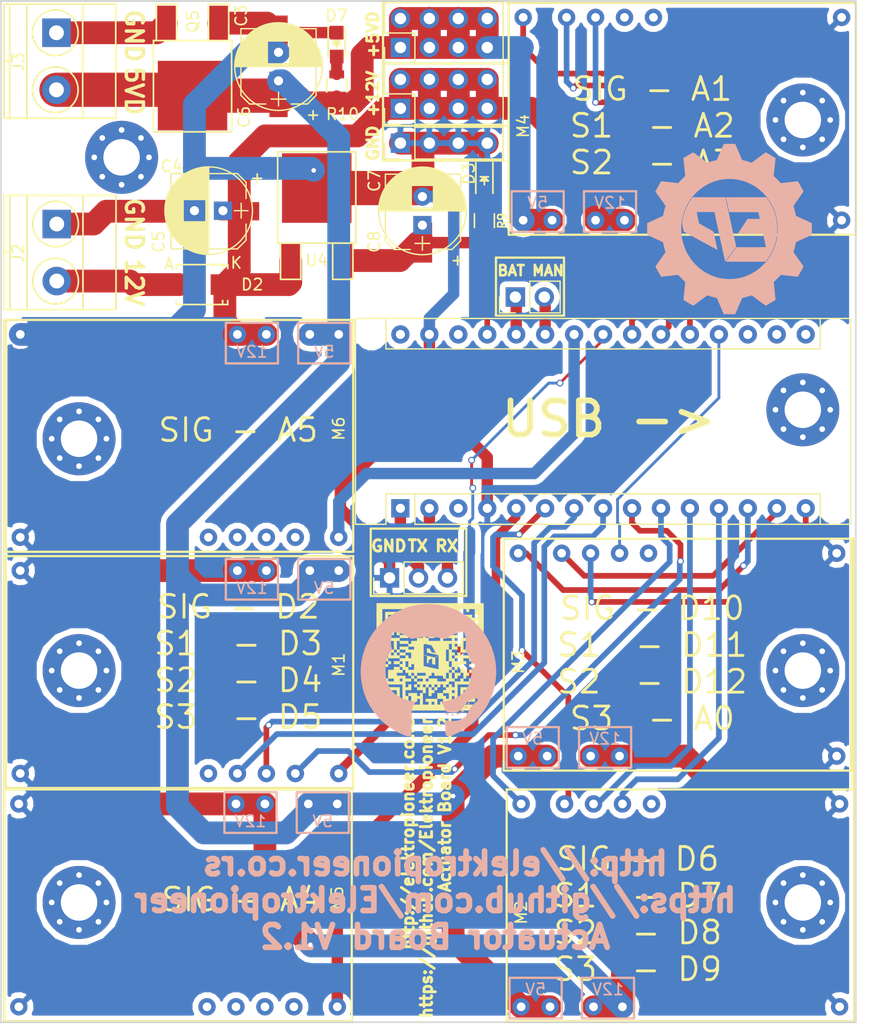
<source format=kicad_pcb>
(kicad_pcb (version 4) (host pcbnew 4.0.6+dfsg1-1)
  (layers (0 F.Cu signal) (31 B.Cu signal) (34 B.Paste user) (35 F.Paste user) (36 B.SilkS user) (37 F.SilkS user) (38 B.Mask user) (39 F.Mask user) (44 Edge.Cuts user))
  (net 0 "")
  (net 1 GND)
  (net 2 +12V)
  (net 3 "Net-(D2-Pad2)")
  (net 4 "Net-(D3-Pad2)")
  (net 5 +5V)
  (net 6 "Net-(D7-Pad2)")
  (net 7 "Net-(J3-Pad1)")
  (net 8 M_ADC_1)
  (net 9 M_ADC_2)
  (net 10 SIG1)
  (net 11 M_ADC_3)
  (net 12 M_ADC_4)
  (net 13 SIG3)
  (net 14 BAT_MAIN_ADC)
  (net 15 BAT_ODO_ADC)
  (net 16 SIG4)
  (net 17 SIG5)
  (net 18 SIG2)
  (net 19 +5VD)
  (net 20 TX)
  (net 21 RX)
  (net 22 SIG6)
  (net 23 M_ADC_5)
  (net 24 M_ADC_6)
  (net 25 SIG7)
  (net 26 SIG8)
  (net 27 SIG9)
  (net 28 SIG10)
  (net 29 SIG11)
  (module Aktuator_Module:Aktuator_Module (layer F.Cu) (at 192.4138 72.766 90)
    (fp_text reference M6 (at 10.795 -1.27 90) (layer F.SilkS))
    (fp_text value Aktuator_Module hide)
    (fp_text user 5V (at 17.526 -2.54 180) (layer B.SilkS) (effects (justify mirror)))
    (fp_text user 12V (at 17.526 -8.89 180) (layer B.SilkS) (effects (justify mirror)))
    (pad 1 thru_hole circle (at 19.05 -1.27 90) (size 1.524 1.524) (drill 0.762) (layers *.Cu *.Mask) (net 19 +5VD))
    (pad 1 thru_hole circle (at 19.05 -3.81 90) (size 1.524 1.524) (drill 0.762) (layers *.Cu *.Mask) (net 19 +5VD))
    (pad 2 thru_hole circle (at 19.05 -7.62 90) (size 1.524 1.524) (drill 0.762) (layers *.Cu *.Mask) (net 2 +12V))
    (pad 2 thru_hole circle (at 19.05 -10.16 90) (size 1.524 1.524) (drill 0.762) (layers *.Cu *.Mask) (net 2 +12V))
    (pad 3 thru_hole circle (at 1.27 -1.27 90) (size 1.524 1.524) (drill 0.762) (layers *.Cu *.Mask) (net 24 M_ADC_6))
    (pad 4 thru_hole circle (at 1.27 -29.21 90) (size 1.524 1.524) (drill 0.762) (layers *.Cu *.Mask) (net 1 GND))
    (pad 4 thru_hole circle (at 19.05 -29.21 90) (size 1.524 1.524) (drill 0.762) (layers *.Cu *.Mask) (net 1 GND))
    (pad 6 thru_hole circle (at 1.27 -5.08 90) (size 1.524 1.524) (drill 0.762) (layers *.Cu *.Mask))
    (pad 7 thru_hole circle (at 1.27 -7.62 90) (size 1.524 1.524) (drill 0.762) (layers *.Cu *.Mask))
    (pad 8 thru_hole circle (at 1.27 -10.16 90) (size 1.524 1.524) (drill 0.762) (layers *.Cu *.Mask))
    (pad 9 thru_hole circle (at 1.27 -12.7 90) (size 1.524 1.524) (drill 0.762) (layers *.Cu *.Mask))
  )
  (module Aktuator_Module:Aktuator_Module (layer F.Cu) (at 192.4138 93.467 90)
    (fp_text reference M1 (at 10.795 -1.27 90) (layer F.SilkS))
    (fp_text value Aktuator_Module hide)
    (fp_text user 5V (at 17.526 -2.54 180) (layer B.SilkS) (effects (justify mirror)))
    (fp_text user 12V (at 17.526 -8.89 180) (layer B.SilkS) (effects (justify mirror)))
    (pad 1 thru_hole circle (at 19.05 -1.27 90) (size 1.524 1.524) (drill 0.762) (layers *.Cu *.Mask) (net 19 +5VD))
    (pad 1 thru_hole circle (at 19.05 -3.81 90) (size 1.524 1.524) (drill 0.762) (layers *.Cu *.Mask) (net 19 +5VD))
    (pad 2 thru_hole circle (at 19.05 -7.62 90) (size 1.524 1.524) (drill 0.762) (layers *.Cu *.Mask) (net 2 +12V))
    (pad 2 thru_hole circle (at 19.05 -10.16 90) (size 1.524 1.524) (drill 0.762) (layers *.Cu *.Mask) (net 2 +12V))
    (pad 3 thru_hole circle (at 1.27 -1.27 90) (size 1.524 1.524) (drill 0.762) (layers *.Cu *.Mask) (net 10 SIG1))
    (pad 4 thru_hole circle (at 1.27 -29.21 90) (size 1.524 1.524) (drill 0.762) (layers *.Cu *.Mask) (net 1 GND))
    (pad 4 thru_hole circle (at 19.05 -29.21 90) (size 1.524 1.524) (drill 0.762) (layers *.Cu *.Mask) (net 1 GND))
    (pad 6 thru_hole circle (at 1.27 -5.08 90) (size 1.524 1.524) (drill 0.762) (layers *.Cu *.Mask) (net 17 SIG5))
    (pad 7 thru_hole circle (at 1.27 -7.62 90) (size 1.524 1.524) (drill 0.762) (layers *.Cu *.Mask) (net 13 SIG3))
    (pad 8 thru_hole circle (at 1.27 -10.16 90) (size 1.524 1.524) (drill 0.762) (layers *.Cu *.Mask) (net 16 SIG4))
    (pad 9 thru_hole circle (at 1.27 -12.7 90) (size 1.524 1.524) (drill 0.762) (layers *.Cu *.Mask))
  )
  (module Resistors_SMD:R_0805 (layer F.Cu) (at 203.92 43.7465 90)
    (fp_text reference R9 (at -0.0127 1.5494 90) (layer F.SilkS) (effects (font (size 0.7 0.7))))
    (fp_text value 330 hide)
    (pad 1 smd rect (at -0.95 0 90) (size 0.7 1.3) (layers F.Cu F.Paste F.Mask) (net 5 +5V))
    (pad 2 smd rect (at 0.95 0 90) (size 0.7 1.3) (layers F.Cu F.Paste F.Mask) (net 4 "Net-(D3-Pad2)"))
  )
  (module TO_SOT_Packages_SMD:TO-252-2Lead (layer F.Cu) (at 178.3168 26.4364 180)
    (fp_text reference Q5 (at -0.025 0.15 270) (layer F.SilkS))
    (fp_text value IRLR024 hide)
    (pad 1 smd rect (at -2.286 0 180) (size 1.651 3.048) (layers F.Cu F.Paste F.Mask) (net 1 GND))
    (pad 2 smd rect (at 0 -6.35 180) (size 6.096 6.096) (layers F.Cu F.Paste F.Mask) (net 19 +5VD))
    (pad 3 smd rect (at 2.286 0 180) (size 1.651 3.048) (layers F.Cu F.Paste F.Mask) (net 7 "Net-(J3-Pad1)"))
  )
  (module Diodes_SMD:SMA_Standard (layer F.Cu) (at 179.155 49.3472 180)
    (fp_text reference D2 (at -4.4 0 180) (layer F.SilkS))
    (fp_text value D hide)
    (fp_text user K (at -3 1.9 180) (layer F.SilkS))
    (fp_text user A (at 2.9 1.8 180) (layer F.SilkS))
    (pad 1 smd rect (at -1.99898 0 180) (size 2.49936 1.80086) (layers F.Cu F.Paste F.Mask) (net 2 +12V))
    (pad 2 smd rect (at 1.99898 0 180) (size 2.49936 1.80086) (layers F.Cu F.Paste F.Mask) (net 3 "Net-(D2-Pad2)"))
  )
  (module LEDs:LED_0805 (layer F.Cu) (at 203.92 40.254 270)
    (fp_text reference D3 (at -0.635 1.3716 270) (layer F.SilkS))
    (fp_text value LED hide)
    (pad 2 smd rect (at 1.04902 0 90) (size 1.19888 1.19888) (layers F.Cu F.Paste F.Mask) (net 4 "Net-(D3-Pad2)"))
    (pad 1 smd rect (at -1.04902 0 90) (size 1.19888 1.19888) (layers F.Cu F.Paste F.Mask) (net 1 GND))
  )
  (module LEDs:LED_0805 (layer F.Cu) (at 190.966 28.316 270)
    (fp_text reference D7 (at -2.54 0 360) (layer F.SilkS))
    (fp_text value LED hide)
    (pad 2 smd rect (at 1.04902 0 90) (size 1.19888 1.19888) (layers F.Cu F.Paste F.Mask) (net 6 "Net-(D7-Pad2)"))
    (pad 1 smd rect (at -1.04902 0 90) (size 1.19888 1.19888) (layers F.Cu F.Paste F.Mask) (net 1 GND))
  )
  (module Resistors_SMD:R_0805 (layer F.Cu) (at 190.966 31.872 90)
    (fp_text reference R10 (at -2.54 0.508 180) (layer F.SilkS))
    (fp_text value 330 hide)
    (pad 1 smd rect (at -0.95 0 90) (size 0.7 1.3) (layers F.Cu F.Paste F.Mask) (net 19 +5VD))
    (pad 2 smd rect (at 0.95 0 90) (size 0.7 1.3) (layers F.Cu F.Paste F.Mask) (net 6 "Net-(D7-Pad2)"))
  )
  (module TO_SOT_Packages_SMD:TO-252-2Lead (layer F.Cu) (at 189.2134 47.239)
    (fp_text reference U4 (at 0 0) (layer F.SilkS))
    (fp_text value L7805 hide)
    (pad 1 smd rect (at -2.286 0) (size 1.651 3.048) (layers F.Cu F.Paste F.Mask) (net 2 +12V))
    (pad 2 smd rect (at 0 -6.35) (size 6.096 6.096) (layers F.Cu F.Paste F.Mask) (net 1 GND))
    (pad 3 smd rect (at 2.286 0) (size 1.651 3.048) (layers F.Cu F.Paste F.Mask) (net 5 +5V))
  )
  (module Modules:Arduino_Nano_WithMountingHoles (layer F.Cu) (at 196.554 68.956 90)
    (fp_text reference A2 hide)
    (fp_text value Arduino_Nano_v3.x hide)
    (pad 1 thru_hole rect (at 0 0 90) (size 1.6 1.6) (drill 0.8) (layers *.Cu *.Mask) (net 20 TX))
    (pad 17 thru_hole oval (at 15.24 33.02 90) (size 1.6 1.6) (drill 0.8) (layers *.Cu *.Mask))
    (pad 2 thru_hole oval (at 0 2.54 90) (size 1.6 1.6) (drill 0.8) (layers *.Cu *.Mask) (net 21 RX))
    (pad 18 thru_hole oval (at 15.24 30.48 90) (size 1.6 1.6) (drill 0.8) (layers *.Cu *.Mask))
    (pad 3 thru_hole oval (at 0 5.08 90) (size 1.6 1.6) (drill 0.8) (layers *.Cu *.Mask))
    (pad 19 thru_hole oval (at 15.24 27.94 90) (size 1.6 1.6) (drill 0.8) (layers *.Cu *.Mask) (net 8 M_ADC_1))
    (pad 4 thru_hole oval (at 0 7.62 90) (size 1.6 1.6) (drill 0.8) (layers *.Cu *.Mask) (net 1 GND))
    (pad 20 thru_hole oval (at 15.24 25.4 90) (size 1.6 1.6) (drill 0.8) (layers *.Cu *.Mask) (net 9 M_ADC_2))
    (pad 5 thru_hole oval (at 0 10.16 90) (size 1.6 1.6) (drill 0.8) (layers *.Cu *.Mask) (net 10 SIG1))
    (pad 21 thru_hole oval (at 15.24 22.86 90) (size 1.6 1.6) (drill 0.8) (layers *.Cu *.Mask) (net 11 M_ADC_3))
    (pad 6 thru_hole oval (at 0 12.7 90) (size 1.6 1.6) (drill 0.8) (layers *.Cu *.Mask) (net 18 SIG2))
    (pad 22 thru_hole oval (at 15.24 20.32 90) (size 1.6 1.6) (drill 0.8) (layers *.Cu *.Mask) (net 12 M_ADC_4))
    (pad 7 thru_hole oval (at 0 15.24 90) (size 1.6 1.6) (drill 0.8) (layers *.Cu *.Mask) (net 13 SIG3))
    (pad 23 thru_hole oval (at 15.24 17.78 90) (size 1.6 1.6) (drill 0.8) (layers *.Cu *.Mask) (net 23 M_ADC_5))
    (pad 8 thru_hole oval (at 0 17.78 90) (size 1.6 1.6) (drill 0.8) (layers *.Cu *.Mask) (net 16 SIG4))
    (pad 24 thru_hole oval (at 15.24 15.24 90) (size 1.6 1.6) (drill 0.8) (layers *.Cu *.Mask) (net 24 M_ADC_6))
    (pad 9 thru_hole oval (at 0 20.32 90) (size 1.6 1.6) (drill 0.8) (layers *.Cu *.Mask) (net 17 SIG5))
    (pad 25 thru_hole oval (at 15.24 12.7 90) (size 1.6 1.6) (drill 0.8) (layers *.Cu *.Mask) (net 14 BAT_MAIN_ADC))
    (pad 10 thru_hole oval (at 0 22.86 90) (size 1.6 1.6) (drill 0.8) (layers *.Cu *.Mask) (net 22 SIG6))
    (pad 26 thru_hole oval (at 15.24 10.16 90) (size 1.6 1.6) (drill 0.8) (layers *.Cu *.Mask) (net 15 BAT_ODO_ADC))
    (pad 11 thru_hole oval (at 0 25.4 90) (size 1.6 1.6) (drill 0.8) (layers *.Cu *.Mask) (net 25 SIG7))
    (pad 27 thru_hole oval (at 15.24 7.62 90) (size 1.6 1.6) (drill 0.8) (layers *.Cu *.Mask) (net 5 +5V))
    (pad 12 thru_hole oval (at 0 27.94 90) (size 1.6 1.6) (drill 0.8) (layers *.Cu *.Mask) (net 26 SIG8))
    (pad 28 thru_hole oval (at 15.24 5.08 90) (size 1.6 1.6) (drill 0.8) (layers *.Cu *.Mask))
    (pad 13 thru_hole oval (at 0 30.48 90) (size 1.6 1.6) (drill 0.8) (layers *.Cu *.Mask) (net 27 SIG9))
    (pad 29 thru_hole oval (at 15.24 2.54 90) (size 1.6 1.6) (drill 0.8) (layers *.Cu *.Mask) (net 1 GND))
    (pad 14 thru_hole oval (at 0 33.02 90) (size 1.6 1.6) (drill 0.8) (layers *.Cu *.Mask) (net 28 SIG10))
    (pad 30 thru_hole oval (at 15.24 0 90) (size 1.6 1.6) (drill 0.8) (layers *.Cu *.Mask))
    (pad 15 thru_hole oval (at 0 35.56 90) (size 1.6 1.6) (drill 0.8) (layers *.Cu *.Mask) (net 29 SIG11))
    (pad 16 thru_hole oval (at 15.24 35.56 90) (size 1.6 1.6) (drill 0.8) (layers *.Cu *.Mask))
    (pad "" np_thru_hole circle (at 0 -2.54 90) (size 1.78 1.78) (drill 1.78) (layers *.Cu *.Mask))
    (pad "" np_thru_hole circle (at 15.24 -2.54 90) (size 1.78 1.78) (drill 1.78) (layers *.Cu *.Mask))
    (pad "" np_thru_hole circle (at 15.24 38.1 90) (size 1.78 1.78) (drill 1.78) (layers *.Cu *.Mask))
    (pad "" np_thru_hole circle (at 0 38.1 90) (size 1.78 1.78) (drill 1.78) (layers *.Cu *.Mask))
  )
  (module Connectors_Terminal_Blocks:TerminalBlock_Pheonix_MKDS1.5-2pol (layer F.Cu) (at 166.4042 44.0386 270)
    (fp_text reference J2 (at 2.5654 3.3782 270) (layer F.SilkS))
    (fp_text value Screw_Terminal_01x02 hide)
    (pad 1 thru_hole rect (at 0 0 270) (size 2.5 2.5) (drill 1.3) (layers *.Cu *.Mask) (net 1 GND))
    (pad 2 thru_hole circle (at 5 0 270) (size 2.5 2.5) (drill 1.3) (layers *.Cu *.Mask) (net 3 "Net-(D2-Pad2)"))
  )
  (module Connectors_Terminal_Blocks:TerminalBlock_Pheonix_MKDS1.5-2pol (layer F.Cu) (at 166.3788 27.2746 270)
    (fp_text reference J3 (at 2.5654 3.3528 270) (layer F.SilkS))
    (fp_text value Screw_Terminal_01x02 hide)
    (pad 1 thru_hole rect (at 0 0 270) (size 2.5 2.5) (drill 1.3) (layers *.Cu *.Mask) (net 7 "Net-(J3-Pad1)"))
    (pad 2 thru_hole circle (at 5 0 270) (size 2.5 2.5) (drill 1.3) (layers *.Cu *.Mask) (net 19 +5VD))
  )
  (module Pin_Headers:Pin_Header_Straight_1x02_Pitch2.54mm (layer F.Cu) (at 206.6378 50.4394 90)
    (fp_text reference P13 hide)
    (fp_text value CONN_01X02 hide)
    (pad 1 thru_hole rect (at 0 0 90) (size 1.7 1.7) (drill 1) (layers *.Cu *.Mask) (net 15 BAT_ODO_ADC))
    (pad 2 thru_hole oval (at 0 2.54 90) (size 1.7 1.7) (drill 1) (layers *.Cu *.Mask) (net 14 BAT_MAIN_ADC))
  )
  (module Capacitors_SMD:CP_Elec_6.3x4.5 (layer F.Cu) (at 185.8606 30.221 90)
    (fp_text reference C3 (at 4.445 -3.2766 90) (layer F.SilkS))
    (fp_text value 100u hide)
    (fp_text user + (at -4.28 2.96 90) (layer F.SilkS))
    (pad 1 smd rect (at -2.7 0 270) (size 3.5 1.6) (layers F.Cu F.Paste F.Mask) (net 19 +5VD))
    (pad 2 smd rect (at 2.7 0 270) (size 3.5 1.6) (layers F.Cu F.Paste F.Mask) (net 1 GND))
  )
  (module Capacitors_SMD:CP_Elec_6.3x4.5 (layer F.Cu) (at 179.7138 42.921 180)
    (fp_text reference C4 (at 3.2258 3.937 180) (layer F.SilkS))
    (fp_text value 100u hide)
    (fp_text user + (at -4.28 2.96 180) (layer F.SilkS))
    (pad 1 smd rect (at -2.7 0) (size 3.5 1.6) (layers F.Cu F.Paste F.Mask) (net 2 +12V))
    (pad 2 smd rect (at 2.7 0) (size 3.5 1.6) (layers F.Cu F.Paste F.Mask) (net 1 GND))
  )
  (module Capacitors_SMD:CP_Elec_6.3x4.5 (layer F.Cu) (at 198.5352 42.9718 90)
    (fp_text reference C8 (at -2.6162 -4.2672 90) (layer F.SilkS))
    (fp_text value 100u hide)
    (fp_text user + (at -4.28 2.96 90) (layer F.SilkS))
    (pad 1 smd rect (at -2.7 0 270) (size 3.5 1.6) (layers F.Cu F.Paste F.Mask) (net 5 +5V))
    (pad 2 smd rect (at 2.7 0 270) (size 3.5 1.6) (layers F.Cu F.Paste F.Mask) (net 1 GND))
  )
  (module Aktuator_Module:Aktuator_Module (layer F.Cu) (at 205.8758 93.594 270)
    (fp_text reference M2 (at 10.795 -1.27 270) (layer F.SilkS))
    (fp_text value Aktuator_Module hide)
    (fp_text user 5V (at 17.526 -2.54 360) (layer B.SilkS) (effects (justify mirror)))
    (fp_text user 12V (at 17.526 -8.89 360) (layer B.SilkS) (effects (justify mirror)))
    (pad 1 thru_hole circle (at 19.05 -1.27 270) (size 1.524 1.524) (drill 0.762) (layers *.Cu *.Mask) (net 19 +5VD))
    (pad 1 thru_hole circle (at 19.05 -3.81 270) (size 1.524 1.524) (drill 0.762) (layers *.Cu *.Mask) (net 19 +5VD))
    (pad 2 thru_hole circle (at 19.05 -7.62 270) (size 1.524 1.524) (drill 0.762) (layers *.Cu *.Mask) (net 2 +12V))
    (pad 2 thru_hole circle (at 19.05 -10.16 270) (size 1.524 1.524) (drill 0.762) (layers *.Cu *.Mask) (net 2 +12V))
    (pad 3 thru_hole circle (at 1.27 -1.27 270) (size 1.524 1.524) (drill 0.762) (layers *.Cu *.Mask) (net 22 SIG6))
    (pad 4 thru_hole circle (at 1.27 -29.21 270) (size 1.524 1.524) (drill 0.762) (layers *.Cu *.Mask) (net 1 GND))
    (pad 4 thru_hole circle (at 19.05 -29.21 270) (size 1.524 1.524) (drill 0.762) (layers *.Cu *.Mask) (net 1 GND))
    (pad 6 thru_hole circle (at 1.27 -5.08 270) (size 1.524 1.524) (drill 0.762) (layers *.Cu *.Mask) (net 18 SIG2))
    (pad 7 thru_hole circle (at 1.27 -7.62 270) (size 1.524 1.524) (drill 0.762) (layers *.Cu *.Mask) (net 25 SIG7))
    (pad 8 thru_hole circle (at 1.27 -10.16 270) (size 1.524 1.524) (drill 0.762) (layers *.Cu *.Mask) (net 26 SIG8))
    (pad 9 thru_hole circle (at 1.27 -12.7 270) (size 1.524 1.524) (drill 0.762) (layers *.Cu *.Mask))
  )
  (module Aktuator_Module:Aktuator_Module (layer F.Cu) (at 205.6218 71.623 270)
    (fp_text reference M3 (at 10.795 -1.27 270) (layer F.SilkS))
    (fp_text value Aktuator_Module hide)
    (fp_text user 5V (at 17.526 -2.54 360) (layer B.SilkS) (effects (justify mirror)))
    (fp_text user 12V (at 17.526 -8.89 360) (layer B.SilkS) (effects (justify mirror)))
    (pad 1 thru_hole circle (at 19.05 -1.27 270) (size 1.524 1.524) (drill 0.762) (layers *.Cu *.Mask) (net 19 +5VD))
    (pad 1 thru_hole circle (at 19.05 -3.81 270) (size 1.524 1.524) (drill 0.762) (layers *.Cu *.Mask) (net 19 +5VD))
    (pad 2 thru_hole circle (at 19.05 -7.62 270) (size 1.524 1.524) (drill 0.762) (layers *.Cu *.Mask) (net 2 +12V))
    (pad 2 thru_hole circle (at 19.05 -10.16 270) (size 1.524 1.524) (drill 0.762) (layers *.Cu *.Mask) (net 2 +12V))
    (pad 3 thru_hole circle (at 1.27 -1.27 270) (size 1.524 1.524) (drill 0.762) (layers *.Cu *.Mask) (net 27 SIG9))
    (pad 4 thru_hole circle (at 1.27 -29.21 270) (size 1.524 1.524) (drill 0.762) (layers *.Cu *.Mask) (net 1 GND))
    (pad 4 thru_hole circle (at 19.05 -29.21 270) (size 1.524 1.524) (drill 0.762) (layers *.Cu *.Mask) (net 1 GND))
    (pad 6 thru_hole circle (at 1.27 -5.08 270) (size 1.524 1.524) (drill 0.762) (layers *.Cu *.Mask) (net 28 SIG10))
    (pad 7 thru_hole circle (at 1.27 -7.62 270) (size 1.524 1.524) (drill 0.762) (layers *.Cu *.Mask) (net 29 SIG11))
    (pad 8 thru_hole circle (at 1.27 -10.16 270) (size 1.524 1.524) (drill 0.762) (layers *.Cu *.Mask) (net 8 M_ADC_1))
    (pad 9 thru_hole circle (at 1.27 -12.7 270) (size 1.524 1.524) (drill 0.762) (layers *.Cu *.Mask))
  )
  (module Aktuator_Module:Aktuator_Module (layer F.Cu) (at 206.0536 24.6584 270)
    (fp_text reference M4 (at 10.795 -1.27 270) (layer F.SilkS))
    (fp_text value Aktuator_Module hide)
    (fp_text user 5V (at 17.526 -2.54 360) (layer B.SilkS) (effects (justify mirror)))
    (fp_text user 12V (at 17.526 -8.89 360) (layer B.SilkS) (effects (justify mirror)))
    (pad 1 thru_hole circle (at 19.05 -1.27 270) (size 1.524 1.524) (drill 0.762) (layers *.Cu *.Mask) (net 19 +5VD))
    (pad 1 thru_hole circle (at 19.05 -3.81 270) (size 1.524 1.524) (drill 0.762) (layers *.Cu *.Mask) (net 19 +5VD))
    (pad 2 thru_hole circle (at 19.05 -7.62 270) (size 1.524 1.524) (drill 0.762) (layers *.Cu *.Mask) (net 2 +12V))
    (pad 2 thru_hole circle (at 19.05 -10.16 270) (size 1.524 1.524) (drill 0.762) (layers *.Cu *.Mask) (net 2 +12V))
    (pad 3 thru_hole circle (at 1.27 -1.27 270) (size 1.524 1.524) (drill 0.762) (layers *.Cu *.Mask) (net 9 M_ADC_2))
    (pad 4 thru_hole circle (at 1.27 -29.21 270) (size 1.524 1.524) (drill 0.762) (layers *.Cu *.Mask) (net 1 GND))
    (pad 4 thru_hole circle (at 19.05 -29.21 270) (size 1.524 1.524) (drill 0.762) (layers *.Cu *.Mask) (net 1 GND))
    (pad 6 thru_hole circle (at 1.27 -5.08 270) (size 1.524 1.524) (drill 0.762) (layers *.Cu *.Mask) (net 11 M_ADC_3))
    (pad 7 thru_hole circle (at 1.27 -7.62 270) (size 1.524 1.524) (drill 0.762) (layers *.Cu *.Mask) (net 12 M_ADC_4))
    (pad 8 thru_hole circle (at 1.27 -10.16 270) (size 1.524 1.524) (drill 0.762) (layers *.Cu *.Mask))
    (pad 9 thru_hole circle (at 1.27 -12.7 270) (size 1.524 1.524) (drill 0.762) (layers *.Cu *.Mask))
  )
  (module Aktuator_Module:Aktuator_Module (layer F.Cu) (at 192.2868 113.914 90)
    (fp_text reference M5 (at 10.795 -1.27 90) (layer F.SilkS))
    (fp_text value Aktuator_Module hide)
    (fp_text user 5V (at 17.526 -2.54 180) (layer B.SilkS) (effects (justify mirror)))
    (fp_text user 12V (at 17.526 -8.89 180) (layer B.SilkS) (effects (justify mirror)))
    (pad 1 thru_hole circle (at 19.05 -1.27 90) (size 1.524 1.524) (drill 0.762) (layers *.Cu *.Mask) (net 19 +5VD))
    (pad 1 thru_hole circle (at 19.05 -3.81 90) (size 1.524 1.524) (drill 0.762) (layers *.Cu *.Mask) (net 19 +5VD))
    (pad 2 thru_hole circle (at 19.05 -7.62 90) (size 1.524 1.524) (drill 0.762) (layers *.Cu *.Mask) (net 2 +12V))
    (pad 2 thru_hole circle (at 19.05 -10.16 90) (size 1.524 1.524) (drill 0.762) (layers *.Cu *.Mask) (net 2 +12V))
    (pad 3 thru_hole circle (at 1.27 -1.27 90) (size 1.524 1.524) (drill 0.762) (layers *.Cu *.Mask) (net 23 M_ADC_5))
    (pad 4 thru_hole circle (at 1.27 -29.21 90) (size 1.524 1.524) (drill 0.762) (layers *.Cu *.Mask) (net 1 GND))
    (pad 4 thru_hole circle (at 19.05 -29.21 90) (size 1.524 1.524) (drill 0.762) (layers *.Cu *.Mask) (net 1 GND))
    (pad 6 thru_hole circle (at 1.27 -5.08 90) (size 1.524 1.524) (drill 0.762) (layers *.Cu *.Mask))
    (pad 7 thru_hole circle (at 1.27 -7.62 90) (size 1.524 1.524) (drill 0.762) (layers *.Cu *.Mask))
    (pad 8 thru_hole circle (at 1.27 -10.16 90) (size 1.524 1.524) (drill 0.762) (layers *.Cu *.Mask))
    (pad 9 thru_hole circle (at 1.27 -12.7 90) (size 1.524 1.524) (drill 0.762) (layers *.Cu *.Mask))
  )
  (module Capacitors_THT:CP_Radial_D7.5mm_P2.50mm (layer F.Cu) (at 180.9838 42.8702 180)
    (fp_text reference C5 (at 5.6388 -2.7178 270) (layer F.SilkS))
    (fp_text value 100u hide)
    (pad 1 thru_hole rect (at 0 0 180) (size 1.6 1.6) (drill 0.8) (layers *.Cu *.Mask) (net 2 +12V))
    (pad 2 thru_hole circle (at 2.5 0 180) (size 1.6 1.6) (drill 0.8) (layers *.Cu *.Mask) (net 1 GND))
  )
  (module Capacitors_THT:CP_Radial_D7.5mm_P2.50mm (layer F.Cu) (at 185.8606 31.491 90)
    (fp_text reference C6 (at -3.175 -3.0226 90) (layer F.SilkS))
    (fp_text value 100u hide)
    (pad 1 thru_hole rect (at 0 0 90) (size 1.6 1.6) (drill 0.8) (layers *.Cu *.Mask) (net 19 +5VD))
    (pad 2 thru_hole circle (at 2.5 0 90) (size 1.6 1.6) (drill 0.8) (layers *.Cu *.Mask) (net 1 GND))
  )
  (module Capacitors_THT:CP_Radial_D7.5mm_P2.50mm (layer F.Cu) (at 198.4844 44.1402 90)
    (fp_text reference C7 (at 3.8862 -4.2164 90) (layer F.SilkS))
    (fp_text value 100u hide)
    (pad 1 thru_hole rect (at 0 0 90) (size 1.6 1.6) (drill 0.8) (layers *.Cu *.Mask) (net 5 +5V))
    (pad 2 thru_hole circle (at 2.5 0 90) (size 1.6 1.6) (drill 0.8) (layers *.Cu *.Mask) (net 1 GND))
  )
  (module Pin_Headers:Pin_Header_Straight_2x04_Pitch2.54mm (layer F.Cu) (at 196.554 33.904 90)
    (fp_text reference J1 hide)
    (fp_text value CONN_02X04 hide)
    (pad 1 thru_hole rect (at 0 0 90) (size 1.7 1.7) (drill 1) (layers *.Cu *.Mask) (net 2 +12V))
    (pad 2 thru_hole oval (at 2.54 0 90) (size 1.7 1.7) (drill 1) (layers *.Cu *.Mask) (net 2 +12V))
    (pad 3 thru_hole oval (at 0 2.54 90) (size 1.7 1.7) (drill 1) (layers *.Cu *.Mask) (net 2 +12V))
    (pad 4 thru_hole oval (at 2.54 2.54 90) (size 1.7 1.7) (drill 1) (layers *.Cu *.Mask) (net 2 +12V))
    (pad 5 thru_hole oval (at 0 5.08 90) (size 1.7 1.7) (drill 1) (layers *.Cu *.Mask) (net 2 +12V))
    (pad 6 thru_hole oval (at 2.54 5.08 90) (size 1.7 1.7) (drill 1) (layers *.Cu *.Mask) (net 2 +12V))
    (pad 7 thru_hole oval (at 0 7.62 90) (size 1.7 1.7) (drill 1) (layers *.Cu *.Mask) (net 2 +12V))
    (pad 8 thru_hole oval (at 2.54 7.62 90) (size 1.7 1.7) (drill 1) (layers *.Cu *.Mask) (net 2 +12V))
  )
  (module Pin_Headers:Pin_Header_Straight_2x04_Pitch2.54mm (layer F.Cu) (at 196.554 28.57 90)
    (fp_text reference J4 hide)
    (fp_text value CONN_02X04 hide)
    (pad 1 thru_hole rect (at 0 0 90) (size 1.7 1.7) (drill 1) (layers *.Cu *.Mask) (net 19 +5VD))
    (pad 2 thru_hole oval (at 2.54 0 90) (size 1.7 1.7) (drill 1) (layers *.Cu *.Mask) (net 19 +5VD))
    (pad 3 thru_hole oval (at 0 2.54 90) (size 1.7 1.7) (drill 1) (layers *.Cu *.Mask) (net 19 +5VD))
    (pad 4 thru_hole oval (at 2.54 2.54 90) (size 1.7 1.7) (drill 1) (layers *.Cu *.Mask) (net 19 +5VD))
    (pad 5 thru_hole oval (at 0 5.08 90) (size 1.7 1.7) (drill 1) (layers *.Cu *.Mask) (net 19 +5VD))
    (pad 6 thru_hole oval (at 2.54 5.08 90) (size 1.7 1.7) (drill 1) (layers *.Cu *.Mask) (net 19 +5VD))
    (pad 7 thru_hole oval (at 0 7.62 90) (size 1.7 1.7) (drill 1) (layers *.Cu *.Mask) (net 19 +5VD))
    (pad 8 thru_hole oval (at 2.54 7.62 90) (size 1.7 1.7) (drill 1) (layers *.Cu *.Mask) (net 19 +5VD))
  )
  (module Pin_Headers:Pin_Header_Straight_1x04_Pitch2.54mm (layer F.Cu) (at 196.554 36.952 90)
    (fp_text reference P1 hide)
    (fp_text value CONN_01X04 hide)
    (pad 1 thru_hole rect (at 0 0 90) (size 1.7 1.7) (drill 1) (layers *.Cu *.Mask) (net 1 GND))
    (pad 2 thru_hole oval (at 0 2.54 90) (size 1.7 1.7) (drill 1) (layers *.Cu *.Mask) (net 1 GND))
    (pad 3 thru_hole oval (at 0 5.08 90) (size 1.7 1.7) (drill 1) (layers *.Cu *.Mask) (net 1 GND))
    (pad 4 thru_hole oval (at 0 7.62 90) (size 1.7 1.7) (drill 1) (layers *.Cu *.Mask) (net 1 GND))
  )
  (module Pin_Headers:Pin_Header_Straight_1x03_Pitch2.54mm (layer F.Cu) (at 195.6015 75.052 90)
    (fp_text reference J5 hide)
    (fp_text value CONN_01X03 hide)
    (pad 1 thru_hole rect (at 0 0 90) (size 1.7 1.7) (drill 1) (layers *.Cu *.Mask) (net 1 GND))
    (pad 2 thru_hole oval (at 0 2.54 90) (size 1.7 1.7) (drill 1) (layers *.Cu *.Mask) (net 20 TX))
    (pad 3 thru_hole oval (at 0 5.08 90) (size 1.7 1.7) (drill 1) (layers *.Cu *.Mask) (net 21 RX))
  )
  (module Mounting_Holes:MountingHole_3.2mm_M3_Pad_Via (layer F.Cu) (at 172.0938 38.1966)
    (fp_text reference MK1 hide)
    (fp_text value Mounting_Hole hide)
    (pad 1 thru_hole circle (at 0 0) (size 6.4 6.4) (drill 3.2) (layers *.Cu *.Mask))
    (pad "" thru_hole circle (at 2.4 0) (size 0.6 0.6) (drill 0.5) (layers *.Cu *.Mask))
    (pad "" thru_hole circle (at 1.697056 1.697056) (size 0.6 0.6) (drill 0.5) (layers *.Cu *.Mask))
    (pad "" thru_hole circle (at 0 2.4) (size 0.6 0.6) (drill 0.5) (layers *.Cu *.Mask))
    (pad "" thru_hole circle (at -1.697056 1.697056) (size 0.6 0.6) (drill 0.5) (layers *.Cu *.Mask))
    (pad "" thru_hole circle (at -2.4 0) (size 0.6 0.6) (drill 0.5) (layers *.Cu *.Mask))
    (pad "" thru_hole circle (at -1.697056 -1.697056) (size 0.6 0.6) (drill 0.5) (layers *.Cu *.Mask))
    (pad "" thru_hole circle (at 0 -2.4) (size 0.6 0.6) (drill 0.5) (layers *.Cu *.Mask))
    (pad "" thru_hole circle (at 1.697056 -1.697056) (size 0.6 0.6) (drill 0.5) (layers *.Cu *.Mask))
  )
  (module Mounting_Holes:MountingHole_3.2mm_M3_Pad_Via (layer F.Cu) (at 231.86 103.5)
    (fp_text reference MK2 hide)
    (fp_text value Mounting_Hole hide)
    (pad 1 thru_hole circle (at 0 0) (size 6.4 6.4) (drill 3.2) (layers *.Cu *.Mask))
    (pad "" thru_hole circle (at 2.4 0) (size 0.6 0.6) (drill 0.5) (layers *.Cu *.Mask))
    (pad "" thru_hole circle (at 1.697056 1.697056) (size 0.6 0.6) (drill 0.5) (layers *.Cu *.Mask))
    (pad "" thru_hole circle (at 0 2.4) (size 0.6 0.6) (drill 0.5) (layers *.Cu *.Mask))
    (pad "" thru_hole circle (at -1.697056 1.697056) (size 0.6 0.6) (drill 0.5) (layers *.Cu *.Mask))
    (pad "" thru_hole circle (at -2.4 0) (size 0.6 0.6) (drill 0.5) (layers *.Cu *.Mask))
    (pad "" thru_hole circle (at -1.697056 -1.697056) (size 0.6 0.6) (drill 0.5) (layers *.Cu *.Mask))
    (pad "" thru_hole circle (at 0 -2.4) (size 0.6 0.6) (drill 0.5) (layers *.Cu *.Mask))
    (pad "" thru_hole circle (at 1.697056 -1.697056) (size 0.6 0.6) (drill 0.5) (layers *.Cu *.Mask))
  )
  (module Mounting_Holes:MountingHole_3.2mm_M3_Pad_Via (layer F.Cu) (at 231.86 83.18)
    (fp_text reference MK3 hide)
    (fp_text value Mounting_Hole hide)
    (pad 1 thru_hole circle (at 0 0) (size 6.4 6.4) (drill 3.2) (layers *.Cu *.Mask))
    (pad "" thru_hole circle (at 2.4 0) (size 0.6 0.6) (drill 0.5) (layers *.Cu *.Mask))
    (pad "" thru_hole circle (at 1.697056 1.697056) (size 0.6 0.6) (drill 0.5) (layers *.Cu *.Mask))
    (pad "" thru_hole circle (at 0 2.4) (size 0.6 0.6) (drill 0.5) (layers *.Cu *.Mask))
    (pad "" thru_hole circle (at -1.697056 1.697056) (size 0.6 0.6) (drill 0.5) (layers *.Cu *.Mask))
    (pad "" thru_hole circle (at -2.4 0) (size 0.6 0.6) (drill 0.5) (layers *.Cu *.Mask))
    (pad "" thru_hole circle (at -1.697056 -1.697056) (size 0.6 0.6) (drill 0.5) (layers *.Cu *.Mask))
    (pad "" thru_hole circle (at 0 -2.4) (size 0.6 0.6) (drill 0.5) (layers *.Cu *.Mask))
    (pad "" thru_hole circle (at 1.697056 -1.697056) (size 0.6 0.6) (drill 0.5) (layers *.Cu *.Mask))
  )
  (module Mounting_Holes:MountingHole_3.2mm_M3_Pad_Via (layer F.Cu) (at 168.36 103.5)
    (fp_text reference MK4 hide)
    (fp_text value Mounting_Hole hide)
    (pad 1 thru_hole circle (at 0 0) (size 6.4 6.4) (drill 3.2) (layers *.Cu *.Mask))
    (pad "" thru_hole circle (at 2.4 0) (size 0.6 0.6) (drill 0.5) (layers *.Cu *.Mask))
    (pad "" thru_hole circle (at 1.697056 1.697056) (size 0.6 0.6) (drill 0.5) (layers *.Cu *.Mask))
    (pad "" thru_hole circle (at 0 2.4) (size 0.6 0.6) (drill 0.5) (layers *.Cu *.Mask))
    (pad "" thru_hole circle (at -1.697056 1.697056) (size 0.6 0.6) (drill 0.5) (layers *.Cu *.Mask))
    (pad "" thru_hole circle (at -2.4 0) (size 0.6 0.6) (drill 0.5) (layers *.Cu *.Mask))
    (pad "" thru_hole circle (at -1.697056 -1.697056) (size 0.6 0.6) (drill 0.5) (layers *.Cu *.Mask))
    (pad "" thru_hole circle (at 0 -2.4) (size 0.6 0.6) (drill 0.5) (layers *.Cu *.Mask))
    (pad "" thru_hole circle (at 1.697056 -1.697056) (size 0.6 0.6) (drill 0.5) (layers *.Cu *.Mask))
  )
  (module Mounting_Holes:MountingHole_3.2mm_M3_Pad_Via (layer F.Cu) (at 168.36 83.18)
    (fp_text reference MK5 hide)
    (fp_text value Mounting_Hole hide)
    (pad 1 thru_hole circle (at 0 0) (size 6.4 6.4) (drill 3.2) (layers *.Cu *.Mask))
    (pad "" thru_hole circle (at 2.4 0) (size 0.6 0.6) (drill 0.5) (layers *.Cu *.Mask))
    (pad "" thru_hole circle (at 1.697056 1.697056) (size 0.6 0.6) (drill 0.5) (layers *.Cu *.Mask))
    (pad "" thru_hole circle (at 0 2.4) (size 0.6 0.6) (drill 0.5) (layers *.Cu *.Mask))
    (pad "" thru_hole circle (at -1.697056 1.697056) (size 0.6 0.6) (drill 0.5) (layers *.Cu *.Mask))
    (pad "" thru_hole circle (at -2.4 0) (size 0.6 0.6) (drill 0.5) (layers *.Cu *.Mask))
    (pad "" thru_hole circle (at -1.697056 -1.697056) (size 0.6 0.6) (drill 0.5) (layers *.Cu *.Mask))
    (pad "" thru_hole circle (at 0 -2.4) (size 0.6 0.6) (drill 0.5) (layers *.Cu *.Mask))
    (pad "" thru_hole circle (at 1.697056 -1.697056) (size 0.6 0.6) (drill 0.5) (layers *.Cu *.Mask))
  )
  (module Mounting_Holes:MountingHole_3.2mm_M3_Pad_Via (layer F.Cu) (at 168.36 62.86)
    (fp_text reference MK6 hide)
    (fp_text value Mounting_Hole hide)
    (pad 1 thru_hole circle (at 0 0) (size 6.4 6.4) (drill 3.2) (layers *.Cu *.Mask))
    (pad "" thru_hole circle (at 2.4 0) (size 0.6 0.6) (drill 0.5) (layers *.Cu *.Mask))
    (pad "" thru_hole circle (at 1.697056 1.697056) (size 0.6 0.6) (drill 0.5) (layers *.Cu *.Mask))
    (pad "" thru_hole circle (at 0 2.4) (size 0.6 0.6) (drill 0.5) (layers *.Cu *.Mask))
    (pad "" thru_hole circle (at -1.697056 1.697056) (size 0.6 0.6) (drill 0.5) (layers *.Cu *.Mask))
    (pad "" thru_hole circle (at -2.4 0) (size 0.6 0.6) (drill 0.5) (layers *.Cu *.Mask))
    (pad "" thru_hole circle (at -1.697056 -1.697056) (size 0.6 0.6) (drill 0.5) (layers *.Cu *.Mask))
    (pad "" thru_hole circle (at 0 -2.4) (size 0.6 0.6) (drill 0.5) (layers *.Cu *.Mask))
    (pad "" thru_hole circle (at 1.697056 -1.697056) (size 0.6 0.6) (drill 0.5) (layers *.Cu *.Mask))
  )
  (module Mounting_Holes:MountingHole_3.2mm_M3_Pad_Via (layer F.Cu) (at 231.86 34.92)
    (fp_text reference MK7 hide)
    (fp_text value Mounting_Hole hide)
    (pad 1 thru_hole circle (at 0 0) (size 6.4 6.4) (drill 3.2) (layers *.Cu *.Mask))
    (pad "" thru_hole circle (at 2.4 0) (size 0.6 0.6) (drill 0.5) (layers *.Cu *.Mask))
    (pad "" thru_hole circle (at 1.697056 1.697056) (size 0.6 0.6) (drill 0.5) (layers *.Cu *.Mask))
    (pad "" thru_hole circle (at 0 2.4) (size 0.6 0.6) (drill 0.5) (layers *.Cu *.Mask))
    (pad "" thru_hole circle (at -1.697056 1.697056) (size 0.6 0.6) (drill 0.5) (layers *.Cu *.Mask))
    (pad "" thru_hole circle (at -2.4 0) (size 0.6 0.6) (drill 0.5) (layers *.Cu *.Mask))
    (pad "" thru_hole circle (at -1.697056 -1.697056) (size 0.6 0.6) (drill 0.5) (layers *.Cu *.Mask))
    (pad "" thru_hole circle (at 0 -2.4) (size 0.6 0.6) (drill 0.5) (layers *.Cu *.Mask))
    (pad "" thru_hole circle (at 1.697056 -1.697056) (size 0.6 0.6) (drill 0.5) (layers *.Cu *.Mask))
  )
  (module Mounting_Holes:MountingHole_3.2mm_M3_Pad_Via (layer F.Cu) (at 231.86 60.32)
    (fp_text reference MK8 hide)
    (fp_text value Mounting_Hole hide)
    (pad 1 thru_hole circle (at 0 0) (size 6.4 6.4) (drill 3.2) (layers *.Cu *.Mask))
    (pad "" thru_hole circle (at 2.4 0) (size 0.6 0.6) (drill 0.5) (layers *.Cu *.Mask))
    (pad "" thru_hole circle (at 1.697056 1.697056) (size 0.6 0.6) (drill 0.5) (layers *.Cu *.Mask))
    (pad "" thru_hole circle (at 0 2.4) (size 0.6 0.6) (drill 0.5) (layers *.Cu *.Mask))
    (pad "" thru_hole circle (at -1.697056 1.697056) (size 0.6 0.6) (drill 0.5) (layers *.Cu *.Mask))
    (pad "" thru_hole circle (at -2.4 0) (size 0.6 0.6) (drill 0.5) (layers *.Cu *.Mask))
    (pad "" thru_hole circle (at -1.697056 -1.697056) (size 0.6 0.6) (drill 0.5) (layers *.Cu *.Mask))
    (pad "" thru_hole circle (at 0 -2.4) (size 0.6 0.6) (drill 0.5) (layers *.Cu *.Mask))
    (pad "" thru_hole circle (at 1.697056 -1.697056) (size 0.6 0.6) (drill 0.5) (layers *.Cu *.Mask))
  )
  (module Hardware:EP_Logo_2 (layer B.Cu) (at 225.256 43.937 180)
    (fp_text reference G*** hide)
    (fp_text value LOGO hide)
  )
  (module Hardware:github_logo (layer B.Cu) (at 199.0305 83.1165 180)
    (fp_text reference G*** hide)
    (fp_text value LOGO hide)
  )
  (module Hardware:EP_Logo (layer F.Cu) (at 199.1575 81.9735 90)
    (fp_text reference G*** hide)
    (fp_text value LOGO hide)
  )
  (gr_text "USB ->" (at 214.8547 61.1328) (layer F.SilkS) (effects (font (size 3 3) (thickness 0.5))))
  (gr_line (start 236.2288 93.4924) (end 236.2796 93.4924) (angle 90) (layer F.SilkS) (width 0.2))
  (gr_line (start 236.2288 71.6992) (end 236.2288 93.4924) (angle 90) (layer F.SilkS) (width 0.2))
  (gr_line (start 236.1272 71.5976) (end 236.2288 71.6992) (angle 90) (layer F.SilkS) (width 0.2))
  (gr_line (start 236.3812 71.5976) (end 236.1272 71.5976) (angle 90) (layer F.SilkS) (width 0.2))
  (gr_line (start 236.3812 71.6484) (end 236.3812 71.5976) (angle 90) (layer F.SilkS) (width 0.2))
  (gr_line (start 236.3812 113.8632) (end 236.3812 71.6484) (angle 90) (layer F.SilkS) (width 0.2))
  (gr_line (start 161.8068 52.446) (end 162.1624 52.446) (angle 90) (layer F.SilkS) (width 0.2))
  (gr_line (start 161.8068 113.914) (end 161.8068 52.446) (angle 90) (layer F.SilkS) (width 0.2))
  (gr_text "SIG - D6\nS1  - D7\nS2  - D8\nS3  - D9" (at 217.382 104.516) (layer F.SilkS) (effects (font (size 2 2) (thickness 0.25))))
  (gr_text "SIG - D10\nS1  - D11\nS2  - D12\nS3  - A0" (at 218.652 82.545) (layer F.SilkS) (effects (font (size 2 2) (thickness 0.25))))
  (gr_text "SIG - A4" (at 182.584 103.246) (layer F.SilkS) (effects (font (size 2 2) (thickness 0.25))))
  (gr_text "SIG - D2\nS1  - D3\nS2  - D4\nS3  - D5" (at 182.33 82.418) (layer F.SilkS) (effects (font (size 2 2) (thickness 0.25))))
  (gr_text "SIG - A5" (at 182.33 62.098) (layer F.SilkS) (effects (font (size 2 2) (thickness 0.25))))
  (gr_text "SIG - A1\nS1  - A2\nS2  - A3" (at 218.652 35.428) (layer F.SilkS) (effects (font (size 2 2) (thickness 0.25))))
  (gr_text RX (at 200.618 72.258) (layer F.SilkS) (effects (font (size 1 1) (thickness 0.25))))
  (gr_text TX (at 198.078 72.258) (layer F.SilkS) (effects (font (size 1 1) (thickness 0.25))))
  (gr_text GND (at 195.538 72.258) (layer F.SilkS) (effects (font (size 1 1) (thickness 0.25))))
  (gr_line (start 193.9505 70.734) (end 193.9505 76.6395) (angle 90) (layer F.SilkS) (width 0.2))
  (gr_line (start 194.2045 70.734) (end 193.9505 70.734) (angle 90) (layer F.SilkS) (width 0.2))
  (gr_line (start 202.3325 70.734) (end 194.2045 70.734) (angle 90) (layer F.SilkS) (width 0.2))
  (gr_line (start 202.3325 76.6395) (end 202.3325 70.734) (angle 90) (layer F.SilkS) (width 0.2))
  (gr_line (start 193.9505 76.6395) (end 202.3325 76.6395) (angle 90) (layer F.SilkS) (width 0.2))
  (gr_text "BAT MAN" (at 207.984 48.128) (layer F.SilkS) (effects (font (size 0.9 0.9) (thickness 0.225))))
  (gr_line (start 204.936 46.985) (end 204.936 52.065) (angle 90) (layer F.SilkS) (width 0.2))
  (gr_line (start 210.905 46.985) (end 204.936 46.985) (angle 90) (layer F.SilkS) (width 0.2))
  (gr_line (start 210.905 52.065) (end 210.905 46.985) (angle 90) (layer F.SilkS) (width 0.2))
  (gr_line (start 204.936 52.065) (end 210.905 52.065) (angle 90) (layer F.SilkS) (width 0.2))
  (gr_text "http://elektropioneer.co.rs\nhttps://github.com/Elektropioneer\nActuator Board V1.2" (at 198.84 87.117 90) (layer F.SilkS) (effects (font (size 1 1) (thickness 0.25)) (justify right)))
  (gr_text "http://elektropioneer.co.rs\nhttps://github.com/Elektropioneer\nActuator Board V1.2" (at 199.602 103.3095) (layer B.SilkS) (effects (font (size 2 2) (thickness 0.5)) (justify mirror)))
  (gr_text GND (at 173.186 44.064 270) (layer F.SilkS) (effects (font (size 1.5 1.5) (thickness 0.3))))
  (gr_text 12V (at 173.186 49.144 270) (layer F.SilkS) (effects (font (size 1.5 1.5) (thickness 0.3))))
  (gr_text GND (at 173.186 27.554 270) (layer F.SilkS) (effects (font (size 1.5 1.5) (thickness 0.3))))
  (gr_text 5VD (at 173.186 32.38 270) (layer F.SilkS) (effects (font (size 1.5 1.5) (thickness 0.3))))
  (gr_text +5VD (at 194.141 27.427 90) (layer F.SilkS) (effects (font (size 1 1) (thickness 0.25))))
  (gr_text +12V (at 194.141 32.634 90) (layer F.SilkS) (effects (font (size 1 1) (thickness 0.25))))
  (gr_text GND (at 194.141 36.952 90) (layer F.SilkS) (effects (font (size 1 1) (thickness 0.25))))
  (gr_line (start 205.825 35.428) (end 195.03 35.428) (angle 90) (layer F.SilkS) (width 0.2))
  (gr_line (start 195.03 29.967) (end 205.825 29.967) (angle 90) (layer F.SilkS) (width 0.2))
  (gr_line (start 205.952 24.506) (end 205.952 24.76) (angle 90) (layer F.SilkS) (width 0.2))
  (gr_line (start 205.698 24.506) (end 205.952 24.506) (angle 90) (layer F.SilkS) (width 0.2))
  (gr_line (start 195.03 24.506) (end 205.698 24.506) (angle 90) (layer F.SilkS) (width 0.2))
  (gr_line (start 195.03 38.476) (end 205.698 38.476) (angle 90) (layer F.SilkS) (width 0.2))
  (gr_line (start 195.03 24.506) (end 195.03 38.476) (angle 90) (layer F.SilkS) (width 0.2))
  (gr_line (start 161.5 114) (end 161.5 24.5) (angle 90) (layer Edge.Cuts) (width 0.15))
  (gr_line (start 161.5 114) (end 236.5 114) (angle 90) (layer Edge.Cuts) (width 0.15))
  (gr_line (start 236.5 24.5) (end 161.5 24.5) (angle 90) (layer Edge.Cuts) (width 0.15))
  (gr_line (start 236.5 114) (end 236.5 113.5) (angle 90) (layer Edge.Cuts) (width 0.15))
  (gr_line (start 236.5 113.5) (end 236.5 24.5) (angle 90) (layer Edge.Cuts) (width 0.15))
  (segment (start 195.6015 75.052) (end 195.6015 73.655) (width 1) (layer F.Cu) (net 1))
  (segment (start 191.2835 67.2161) (end 199.094 59.4056) (width 1) (layer F.Cu) (net 1))
  (segment (start 191.2835 68.956) (end 191.2835 67.2161) (width 1) (layer F.Cu) (net 1))
  (segment (start 192.871 70.5435) (end 191.2835 68.956) (width 1) (layer F.Cu) (net 1))
  (segment (start 192.871 70.9245) (end 192.871 70.5435) (width 1) (layer F.Cu) (net 1))
  (segment (start 195.6015 73.655) (end 192.871 70.9245) (width 1) (layer F.Cu) (net 1))
  (segment (start 198.4844 41.6402) (end 200.404 41.6402) (width 1) (layer B.Cu) (net 1))
  (segment (start 199.094 52.2936) (end 199.094 53.716) (width 1) (layer B.Cu) (net 1))
  (segment (start 201.2276 50.16) (end 199.094 52.2936) (width 1) (layer B.Cu) (net 1))
  (segment (start 201.2276 42.4638) (end 201.2276 50.16) (width 1) (layer B.Cu) (net 1))
  (segment (start 200.404 41.6402) (end 201.2276 42.4638) (width 1) (layer B.Cu) (net 1))
  (segment (start 178.4838 42.8702) (end 178.4838 51.5678) (width 2) (layer B.Cu) (net 1))
  (segment (start 176.3356 53.716) (end 163.2038 53.716) (width 2) (layer B.Cu) (net 1))
  (segment (start 178.4838 51.5678) (end 176.3356 53.716) (width 2) (layer B.Cu) (net 1))
  (segment (start 178.4838 39.1618) (end 188.765998 39.1618) (width 2) (layer B.Cu) (net 1))
  (segment (start 188.943798 39.3396) (end 189.2134 39.609202) (width 2) (layer F.Cu) (net 1))
  (via (at 188.943798 39.3396) (size 0.6) (drill 0.4) (layers F.Cu B.Cu) (net 1))
  (segment (start 188.765998 39.1618) (end 188.943798 39.3396) (width 2) (layer B.Cu) (net 1))
  (segment (start 189.2134 39.609202) (end 189.2134 40.889) (width 2) (layer F.Cu) (net 1))
  (segment (start 185.8606 28.991) (end 183.052 28.991) (width 2) (layer B.Cu) (net 1))
  (segment (start 178.4838 33.5592) (end 178.4838 39.1618) (width 2) (layer B.Cu) (net 1))
  (segment (start 178.4838 39.1618) (end 178.4838 42.8702) (width 2) (layer B.Cu) (net 1))
  (segment (start 183.052 28.991) (end 178.4838 33.5592) (width 2) (layer B.Cu) (net 1))
  (segment (start 203.92 39.20498) (end 203.92 37.206) (width 1) (layer F.Cu) (net 1))
  (segment (start 203.92 37.206) (end 204.174 36.952) (width 1) (layer F.Cu) (net 1))
  (segment (start 198.5352 40.2718) (end 198.5352 37.5108) (width 2) (layer F.Cu) (net 1))
  (segment (start 189.2134 40.889) (end 197.918 40.889) (width 3) (layer F.Cu) (net 1))
  (segment (start 197.918 40.889) (end 198.5352 40.2718) (width 3) (layer F.Cu) (net 1))
  (segment (start 166.4042 44.0386) (end 169.63 44.0386) (width 2) (layer F.Cu) (net 1))
  (segment (start 170.7476 42.921) (end 177.0138 42.921) (width 2) (layer F.Cu) (net 1))
  (segment (start 169.63 44.0386) (end 170.7476 42.921) (width 2) (layer F.Cu) (net 1))
  (segment (start 190.966 27.26698) (end 185.60658 27.26698) (width 1) (layer F.Cu) (net 1))
  (segment (start 185.60658 27.26698) (end 184.776 26.4364) (width 1) (layer F.Cu) (net 1))
  (segment (start 184.776 26.4364) (end 184.776 27.0028) (width 1) (layer F.Cu) (net 1))
  (segment (start 184.776 27.0028) (end 184.8446 27.0714) (width 1) (layer F.Cu) (net 1))
  (segment (start 184.8446 27.0714) (end 184.8446 26.4364) (width 1) (layer F.Cu) (net 1))
  (segment (start 198.5352 37.5108) (end 199.094 36.952) (width 2) (layer F.Cu) (net 1))
  (segment (start 201.634 36.952) (end 204.174 36.952) (width 2) (layer F.Cu) (net 1))
  (segment (start 199.094 36.952) (end 201.634 36.952) (width 2) (layer F.Cu) (net 1))
  (segment (start 196.554 36.952) (end 199.094 36.952) (width 2) (layer F.Cu) (net 1))
  (segment (start 189.2134 40.889) (end 190.0008 40.889) (width 2) (layer F.Cu) (net 1))
  (segment (start 180.6028 26.4364) (end 184.8446 26.4364) (width 2) (layer F.Cu) (net 1))
  (segment (start 184.8446 26.4364) (end 184.776 26.4364) (width 2) (layer F.Cu) (net 1))
  (segment (start 184.776 26.4364) (end 185.8606 27.521) (width 2) (layer F.Cu) (net 1))
  (segment (start 204.174 68.956) (end 204.174 64.4856) (width 1) (layer F.Cu) (net 1))
  (segment (start 199.094 59.4056) (end 199.094 53.716) (width 1) (layer F.Cu) (net 1))
  (segment (start 204.174 64.4856) (end 202.3198 62.6314) (width 1) (layer F.Cu) (net 1))
  (segment (start 202.3198 62.6314) (end 200.9863 61.2979) (width 1) (layer F.Cu) (net 1))
  (segment (start 200.9863 61.2979) (end 199.094 59.4056) (width 1) (layer F.Cu) (net 1))
  (segment (start 184.6668 94.864) (end 184.6668 103.2206) (width 2) (layer F.Cu) (net 2))
  (segment (start 210.7018 107.31) (end 216.0358 112.644) (width 2) (layer B.Cu) (net 2))
  (segment (start 188.7562 107.31) (end 210.7018 107.31) (width 2) (layer B.Cu) (net 2))
  (segment (start 188.6546 107.2084) (end 188.7562 107.31) (width 2) (layer B.Cu) (net 2))
  (via (at 188.6546 107.2084) (size 0.6) (drill 0.4) (layers F.Cu B.Cu) (net 2))
  (segment (start 184.6668 103.2206) (end 188.6546 107.2084) (width 2) (layer F.Cu) (net 2))
  (segment (start 216.0358 112.644) (end 216.0358 109.3674) (width 2) (layer F.Cu) (net 2))
  (segment (start 216.0358 109.3674) (end 223.1224 102.2808) (width 2) (layer F.Cu) (net 2))
  (segment (start 223.1224 102.2808) (end 223.1224 92.2478) (width 2) (layer F.Cu) (net 2))
  (segment (start 223.1224 92.2478) (end 221.5476 90.673) (width 2) (layer F.Cu) (net 2))
  (segment (start 221.5476 90.673) (end 215.7818 90.673) (width 2) (layer F.Cu) (net 2))
  (segment (start 213.4958 112.644) (end 216.0358 112.644) (width 2) (layer F.Cu) (net 2))
  (segment (start 213.2418 90.673) (end 215.7818 90.673) (width 2) (layer F.Cu) (net 2))
  (segment (start 182.1268 94.864) (end 184.6668 94.864) (width 2) (layer F.Cu) (net 2))
  (segment (start 184.7938 74.417) (end 182.2538 74.417) (width 2) (layer F.Cu) (net 2))
  (segment (start 182.2538 74.417) (end 174.7354 74.417) (width 2) (layer F.Cu) (net 2))
  (segment (start 174.7354 74.417) (end 173.2622 75.8902) (width 2) (layer F.Cu) (net 2))
  (segment (start 182.1268 94.864) (end 173.0844 94.864) (width 2) (layer F.Cu) (net 2))
  (segment (start 175.8276 53.716) (end 182.2538 53.716) (width 2) (layer F.Cu) (net 2))
  (segment (start 173.2622 56.2814) (end 175.8276 53.716) (width 2) (layer F.Cu) (net 2))
  (segment (start 173.2622 94.6862) (end 173.2622 75.8902) (width 2) (layer F.Cu) (net 2))
  (segment (start 173.2622 75.8902) (end 173.2622 56.2814) (width 2) (layer F.Cu) (net 2))
  (segment (start 173.0844 94.864) (end 173.2622 94.6862) (width 2) (layer F.Cu) (net 2))
  (segment (start 182.2538 53.716) (end 184.7938 53.716) (width 2) (layer F.Cu) (net 2))
  (segment (start 181.15398 49.3472) (end 181.15398 52.61618) (width 2) (layer F.Cu) (net 2))
  (segment (start 181.15398 52.61618) (end 182.2538 53.716) (width 2) (layer F.Cu) (net 2))
  (segment (start 213.6736 43.7084) (end 216.2136 43.7084) (width 2) (layer F.Cu) (net 2))
  (segment (start 204.174 33.904) (end 208.0348 33.904) (width 2) (layer F.Cu) (net 2))
  (segment (start 213.6736 39.5428) (end 213.6736 43.7084) (width 2) (layer F.Cu) (net 2))
  (segment (start 208.0348 33.904) (end 213.6736 39.5428) (width 2) (layer F.Cu) (net 2))
  (segment (start 182.4138 42.921) (end 182.4138 38.5954) (width 2) (layer F.Cu) (net 2))
  (segment (start 195.1824 33.904) (end 196.554 33.904) (width 2) (layer F.Cu) (net 2))
  (segment (start 192.7694 36.317) (end 195.1824 33.904) (width 2) (layer F.Cu) (net 2))
  (segment (start 184.6922 36.317) (end 192.7694 36.317) (width 2) (layer F.Cu) (net 2))
  (segment (start 182.4138 38.5954) (end 184.6922 36.317) (width 2) (layer F.Cu) (net 2))
  (segment (start 182.4138 42.921) (end 182.4138 48.08738) (width 2) (layer F.Cu) (net 2))
  (segment (start 182.4138 48.08738) (end 181.15398 49.3472) (width 2) (layer F.Cu) (net 2))
  (segment (start 181.15398 49.3472) (end 186.7496 49.3472) (width 2) (layer F.Cu) (net 2))
  (segment (start 186.9274 49.1694) (end 186.9274 47.239) (width 2) (layer F.Cu) (net 2))
  (segment (start 186.7496 49.3472) (end 186.9274 49.1694) (width 2) (layer F.Cu) (net 2))
  (segment (start 204.174 33.904) (end 201.634 33.904) (width 2) (layer F.Cu) (net 2))
  (segment (start 204.174 31.364) (end 204.174 33.904) (width 2) (layer F.Cu) (net 2))
  (segment (start 201.634 31.364) (end 204.174 31.364) (width 2) (layer F.Cu) (net 2))
  (segment (start 201.634 31.364) (end 199.094 31.364) (width 2) (layer F.Cu) (net 2))
  (segment (start 201.634 33.904) (end 201.634 31.364) (width 2) (layer F.Cu) (net 2))
  (segment (start 199.094 33.904) (end 201.634 33.904) (width 2) (layer F.Cu) (net 2))
  (segment (start 199.094 33.904) (end 196.554 33.904) (width 2) (layer F.Cu) (net 2))
  (segment (start 199.094 31.364) (end 199.094 33.904) (width 2) (layer F.Cu) (net 2))
  (segment (start 196.554 31.364) (end 199.094 31.364) (width 2) (layer F.Cu) (net 2))
  (segment (start 196.554 31.364) (end 196.554 33.904) (width 2) (layer F.Cu) (net 2))
  (segment (start 166.4042 49.0386) (end 172.8266 49.0386) (width 2) (layer F.Cu) (net 3))
  (segment (start 173.1352 49.3472) (end 177.15602 49.3472) (width 2) (layer F.Cu) (net 3))
  (segment (start 172.8266 49.0386) (end 173.1352 49.3472) (width 2) (layer F.Cu) (net 3))
  (segment (start 203.92 41.30302) (end 203.92 42.3622) (width 1) (layer F.Cu) (net 4))
  (segment (start 203.92 42.3622) (end 203.8692 42.413) (width 1) (layer F.Cu) (net 4))
  (segment (start 204.174 53.716) (end 204.174 49.7028) (width 0.5) (layer F.Cu) (net 5))
  (segment (start 203.5644 49.0932) (end 203.5644 45.0521) (width 0.5) (layer F.Cu) (net 5))
  (segment (start 204.174 49.7028) (end 203.5644 49.0932) (width 0.5) (layer F.Cu) (net 5))
  (segment (start 198.5352 45.6718) (end 198.0704 45.6718) (width 2) (layer F.Cu) (net 5))
  (segment (start 198.0704 45.6718) (end 196.5032 47.239) (width 2) (layer F.Cu) (net 5))
  (segment (start 196.5032 47.239) (end 191.4994 47.239) (width 2) (layer F.Cu) (net 5))
  (segment (start 198.5352 45.6718) (end 202.9447 45.6718) (width 1) (layer F.Cu) (net 5))
  (segment (start 202.9447 45.6718) (end 203.5644 45.0521) (width 1) (layer F.Cu) (net 5))
  (segment (start 203.5644 45.0521) (end 203.92 44.6965) (width 1) (layer F.Cu) (net 5))
  (segment (start 190.966 29.36502) (end 190.966 30.922) (width 1) (layer F.Cu) (net 6))
  (segment (start 166.3788 27.2746) (end 175.1926 27.2746) (width 2) (layer F.Cu) (net 7))
  (segment (start 175.1926 27.2746) (end 176.0308 26.4364) (width 2) (layer F.Cu) (net 7))
  (segment (start 215.7818 72.893) (end 215.7818 70.4038) (width 0.25) (layer B.Cu) (net 8))
  (segment (start 224.494 59.2786) (end 224.494 53.716) (width 0.25) (layer B.Cu) (net 8))
  (segment (start 215.604 68.1686) (end 224.494 59.2786) (width 0.25) (layer B.Cu) (net 8))
  (segment (start 215.604 70.226) (end 215.604 68.1686) (width 0.25) (layer B.Cu) (net 8))
  (segment (start 215.7818 70.4038) (end 215.604 70.226) (width 0.25) (layer B.Cu) (net 8))
  (segment (start 221.954 53.716) (end 221.954 34.412) (width 0.5) (layer F.Cu) (net 9))
  (segment (start 207.3236 28.57) (end 207.3236 25.9284) (width 0.5) (layer F.Cu) (net 9))
  (segment (start 209.6096 30.856) (end 207.3236 28.57) (width 0.5) (layer F.Cu) (net 9))
  (segment (start 218.398 30.856) (end 209.6096 30.856) (width 0.5) (layer F.Cu) (net 9))
  (segment (start 221.954 34.412) (end 218.398 30.856) (width 0.5) (layer F.Cu) (net 9))
  (segment (start 191.1438 92.197) (end 191.1438 92.0192) (width 0.75) (layer F.Cu) (net 10))
  (segment (start 191.1438 92.0192) (end 204.936 78.227) (width 0.75) (layer F.Cu) (net 10))
  (segment (start 204.936 78.227) (end 204.936 71.496) (width 0.75) (layer F.Cu) (net 10))
  (segment (start 204.936 71.496) (end 206.714 69.718) (width 0.75) (layer F.Cu) (net 10))
  (segment (start 206.714 69.718) (end 206.714 68.956) (width 0.75) (layer F.Cu) (net 10))
  (segment (start 211.1336 25.9284) (end 211.1336 31.5418) (width 0.5) (layer B.Cu) (net 11))
  (segment (start 220.0998 53.0302) (end 219.414 53.716) (width 0.5) (layer F.Cu) (net 11))
  (segment (start 220.0998 34.1326) (end 220.0998 53.0302) (width 0.5) (layer F.Cu) (net 11))
  (segment (start 217.8646 31.8974) (end 220.0998 34.1326) (width 0.5) (layer F.Cu) (net 11))
  (segment (start 211.9464 31.8974) (end 217.8646 31.8974) (width 0.5) (layer F.Cu) (net 11))
  (segment (start 211.7178 32.126) (end 211.9464 31.8974) (width 0.5) (layer F.Cu) (net 11))
  (via (at 211.7178 32.126) (size 0.6) (drill 0.4) (layers F.Cu B.Cu) (net 11))
  (segment (start 211.1336 31.5418) (end 211.7178 32.126) (width 0.5) (layer B.Cu) (net 11))
  (segment (start 216.874 53.716) (end 216.874 52.4714) (width 0.5) (layer F.Cu) (net 12))
  (segment (start 213.6736 33.3706) (end 213.6736 25.9284) (width 0.5) (layer B.Cu) (net 12))
  (via (at 213.6736 33.3706) (size 0.6) (drill 0.4) (layers F.Cu B.Cu) (net 12))
  (segment (start 217.4836 33.3706) (end 213.6736 33.3706) (width 0.5) (layer F.Cu) (net 12))
  (segment (start 218.652 34.539) (end 217.4836 33.3706) (width 0.5) (layer F.Cu) (net 12))
  (segment (start 218.652 50.6934) (end 218.652 34.539) (width 0.5) (layer F.Cu) (net 12))
  (segment (start 216.874 52.4714) (end 218.652 50.6934) (width 0.5) (layer F.Cu) (net 12))
  (segment (start 211.794 68.956) (end 211.794 69.7688) (width 0.5) (layer B.Cu) (net 13))
  (segment (start 184.7938 88.1584) (end 184.7938 92.197) (width 0.5) (layer F.Cu) (net 13))
  (segment (start 184.997 87.9552) (end 184.7938 88.1584) (width 0.5) (layer F.Cu) (net 13))
  (via (at 184.997 87.9552) (size 0.6) (drill 0.4) (layers F.Cu B.Cu) (net 13))
  (segment (start 185.3018 87.6504) (end 184.997 87.9552) (width 0.5) (layer B.Cu) (net 13))
  (segment (start 202.8278 87.6504) (end 185.3018 87.6504) (width 0.5) (layer B.Cu) (net 13))
  (segment (start 208.2888 82.1894) (end 202.8278 87.6504) (width 0.5) (layer B.Cu) (net 13))
  (segment (start 208.2888 72.004) (end 208.2888 82.1894) (width 0.5) (layer B.Cu) (net 13))
  (segment (start 209.7112 70.5816) (end 208.2888 72.004) (width 0.5) (layer B.Cu) (net 13))
  (segment (start 210.9812 70.5816) (end 209.7112 70.5816) (width 0.5) (layer B.Cu) (net 13))
  (segment (start 211.794 69.7688) (end 210.9812 70.5816) (width 0.5) (layer B.Cu) (net 13))
  (segment (start 209.254 53.716) (end 209.254 50.5156) (width 1) (layer F.Cu) (net 14))
  (segment (start 209.254 50.5156) (end 209.1778 50.4394) (width 1) (layer F.Cu) (net 14))
  (segment (start 206.714 53.716) (end 206.714 50.5156) (width 1) (layer F.Cu) (net 15))
  (segment (start 206.714 50.5156) (end 206.6378 50.4394) (width 1) (layer F.Cu) (net 15))
  (segment (start 214.334 68.956) (end 214.334 70.5308) (width 0.5) (layer B.Cu) (net 16))
  (segment (start 185.7082 88.7426) (end 182.2538 92.197) (width 0.5) (layer B.Cu) (net 16))
  (segment (start 202.9294 88.7426) (end 185.7082 88.7426) (width 0.5) (layer B.Cu) (net 16))
  (segment (start 209.1778 82.4942) (end 202.9294 88.7426) (width 0.5) (layer B.Cu) (net 16))
  (segment (start 209.1778 72.3088) (end 209.1778 82.4942) (width 0.5) (layer B.Cu) (net 16))
  (segment (start 210.0668 71.4198) (end 209.1778 72.3088) (width 0.5) (layer B.Cu) (net 16))
  (segment (start 213.445 71.4198) (end 210.0668 71.4198) (width 0.5) (layer B.Cu) (net 16))
  (segment (start 214.334 70.5308) (end 213.445 71.4198) (width 0.5) (layer B.Cu) (net 16))
  (segment (start 216.874 68.956) (end 216.874 70.226) (width 0.5) (layer F.Cu) (net 17))
  (segment (start 189.3023 90.2285) (end 187.3338 92.197) (width 0.5) (layer B.Cu) (net 17))
  (segment (start 191.982 90.2285) (end 189.3023 90.2285) (width 0.5) (layer B.Cu) (net 17))
  (segment (start 193.8235 92.07) (end 191.982 90.2285) (width 0.5) (layer B.Cu) (net 17))
  (segment (start 201.0625 92.07) (end 193.8235 92.07) (width 0.5) (layer B.Cu) (net 17))
  (segment (start 201.3165 91.816) (end 201.0625 92.07) (width 0.5) (layer B.Cu) (net 17))
  (via (at 201.3165 91.816) (size 0.6) (drill 0.4) (layers F.Cu B.Cu) (net 17))
  (segment (start 204.301 88.8315) (end 201.3165 91.816) (width 0.5) (layer F.Cu) (net 17))
  (segment (start 206.6505 88.8315) (end 204.301 88.8315) (width 0.5) (layer F.Cu) (net 17))
  (via (at 206.6505 88.8315) (size 0.6) (drill 0.4) (layers F.Cu B.Cu) (net 17))
  (segment (start 207.4125 88.8315) (end 206.6505 88.8315) (width 0.5) (layer B.Cu) (net 17))
  (segment (start 221.065 75.179) (end 207.4125 88.8315) (width 0.5) (layer B.Cu) (net 17))
  (segment (start 221.065 73.655) (end 221.065 75.179) (width 0.5) (layer B.Cu) (net 17))
  (segment (start 221.1285 73.5915) (end 221.065 73.655) (width 0.5) (layer B.Cu) (net 17))
  (via (at 221.1285 73.5915) (size 0.6) (drill 0.4) (layers F.Cu B.Cu) (net 17))
  (segment (start 221.1285 72.131) (end 221.1285 73.5915) (width 0.5) (layer F.Cu) (net 17))
  (segment (start 219.922 70.9245) (end 221.1285 72.131) (width 0.5) (layer F.Cu) (net 17))
  (segment (start 217.5725 70.9245) (end 219.922 70.9245) (width 0.5) (layer F.Cu) (net 17))
  (segment (start 216.874 70.226) (end 217.5725 70.9245) (width 0.5) (layer F.Cu) (net 17))
  (segment (start 216.874 68.956) (end 217.001 68.956) (width 0.5) (layer B.Cu) (net 17))
  (segment (start 209.254 68.956) (end 206.968 71.242) (width 0.5) (layer F.Cu) (net 18))
  (segment (start 211.286 85.466) (end 211.286 94.5338) (width 0.5) (layer F.Cu) (net 18))
  (segment (start 207.222 81.402) (end 211.286 85.466) (width 0.5) (layer F.Cu) (net 18))
  (via (at 207.222 81.402) (size 0.6) (drill 0.4) (layers F.Cu B.Cu) (net 18))
  (segment (start 207.222 76.576) (end 207.222 81.402) (width 0.5) (layer B.Cu) (net 18))
  (segment (start 204.682 74.036) (end 207.222 76.576) (width 0.5) (layer B.Cu) (net 18))
  (segment (start 204.682 71.496) (end 204.682 74.036) (width 0.5) (layer B.Cu) (net 18))
  (segment (start 204.936 71.242) (end 204.682 71.496) (width 0.5) (layer B.Cu) (net 18))
  (segment (start 206.968 71.242) (end 204.936 71.242) (width 0.5) (layer B.Cu) (net 18))
  (via (at 206.968 71.242) (size 0.6) (drill 0.4) (layers F.Cu B.Cu) (net 18))
  (segment (start 211.286 94.5338) (end 210.9558 94.864) (width 0.5) (layer F.Cu) (net 18))
  (segment (start 211.3495 94.4703) (end 210.9558 94.864) (width 0.5) (layer B.Cu) (net 18))
  (segment (start 201.1768 94.1782) (end 201.1768 106.675) (width 2) (layer F.Cu) (net 19))
  (segment (start 201.1768 106.675) (end 207.1458 112.644) (width 2) (layer F.Cu) (net 19))
  (segment (start 207.1458 112.644) (end 209.6858 112.644) (width 2) (layer F.Cu) (net 19))
  (segment (start 191.0168 94.864) (end 200.491 94.864) (width 2) (layer B.Cu) (net 19))
  (segment (start 204.682 90.673) (end 206.8918 90.673) (width 2) (layer F.Cu) (net 19))
  (segment (start 201.1768 94.1782) (end 204.682 90.673) (width 2) (layer F.Cu) (net 19))
  (via (at 201.1768 94.1782) (size 0.6) (drill 0.4) (layers F.Cu B.Cu) (net 19))
  (segment (start 200.491 94.864) (end 201.1768 94.1782) (width 2) (layer B.Cu) (net 19))
  (segment (start 206.8918 90.673) (end 209.4318 90.673) (width 2) (layer F.Cu) (net 19))
  (segment (start 188.4768 94.864) (end 188.4768 95.4482) (width 2) (layer B.Cu) (net 19))
  (segment (start 188.4768 95.4482) (end 186.521 97.404) (width 2) (layer B.Cu) (net 19))
  (segment (start 176.996 95.0926) (end 176.996 74.8488) (width 2) (layer B.Cu) (net 19))
  (segment (start 179.3074 97.404) (end 176.996 95.0926) (width 2) (layer B.Cu) (net 19))
  (segment (start 186.521 97.404) (end 179.3074 97.404) (width 2) (layer B.Cu) (net 19))
  (segment (start 188.4768 94.864) (end 191.0168 94.864) (width 2) (layer B.Cu) (net 19))
  (segment (start 188.6038 74.417) (end 191.1438 74.417) (width 2) (layer B.Cu) (net 19))
  (segment (start 188.6038 74.417) (end 188.6038 75.3568) (width 2) (layer B.Cu) (net 19))
  (segment (start 191.1438 56.1798) (end 191.1438 53.716) (width 2) (layer B.Cu) (net 19))
  (segment (start 176.996 70.3276) (end 191.1438 56.1798) (width 2) (layer B.Cu) (net 19))
  (segment (start 176.996 74.8488) (end 176.996 70.3276) (width 2) (layer B.Cu) (net 19))
  (segment (start 178.6978 76.5506) (end 176.996 74.8488) (width 2) (layer B.Cu) (net 19))
  (segment (start 187.41 76.5506) (end 178.6978 76.5506) (width 2) (layer B.Cu) (net 19))
  (segment (start 188.6038 75.3568) (end 187.41 76.5506) (width 2) (layer B.Cu) (net 19))
  (segment (start 188.6038 53.716) (end 191.1438 53.716) (width 2) (layer B.Cu) (net 19))
  (segment (start 185.8606 31.491) (end 186.1908 31.491) (width 2) (layer B.Cu) (net 19))
  (segment (start 186.1908 31.491) (end 191.1438 36.444) (width 2) (layer B.Cu) (net 19))
  (segment (start 191.1438 36.444) (end 191.1438 53.716) (width 2) (layer B.Cu) (net 19))
  (segment (start 204.174 28.57) (end 207.2474 28.57) (width 2) (layer B.Cu) (net 19))
  (segment (start 206.968 28.8494) (end 206.968 43.3528) (width 2) (layer B.Cu) (net 19))
  (segment (start 207.2474 28.57) (end 206.968 28.8494) (width 2) (layer B.Cu) (net 19))
  (segment (start 206.968 43.3528) (end 207.3236 43.7084) (width 2) (layer B.Cu) (net 19))
  (segment (start 207.3236 43.7084) (end 209.8636 43.7084) (width 2) (layer F.Cu) (net 19))
  (segment (start 204.174 28.57) (end 201.634 28.57) (width 2) (layer F.Cu) (net 19))
  (segment (start 204.174 26.03) (end 204.174 28.57) (width 2) (layer F.Cu) (net 19))
  (segment (start 201.634 26.03) (end 204.174 26.03) (width 2) (layer F.Cu) (net 19))
  (segment (start 201.634 26.03) (end 199.094 26.03) (width 2) (layer F.Cu) (net 19))
  (segment (start 201.634 28.57) (end 201.634 26.03) (width 2) (layer F.Cu) (net 19))
  (segment (start 199.094 28.57) (end 201.634 28.57) (width 2) (layer F.Cu) (net 19))
  (segment (start 199.094 28.57) (end 196.554 28.57) (width 2) (layer F.Cu) (net 19))
  (segment (start 199.094 26.03) (end 199.094 28.57) (width 2) (layer F.Cu) (net 19))
  (segment (start 196.554 26.03) (end 199.094 26.03) (width 2) (layer F.Cu) (net 19))
  (segment (start 196.554 28.57) (end 196.554 26.03) (width 2) (layer F.Cu) (net 19))
  (segment (start 185.8606 32.921) (end 187.6462 32.921) (width 2) (layer F.Cu) (net 19))
  (segment (start 187.6462 32.921) (end 188.172 33.4468) (width 2) (layer F.Cu) (net 19))
  (segment (start 188.172 33.4468) (end 192.4138 33.4468) (width 2) (layer F.Cu) (net 19))
  (segment (start 192.4138 33.4468) (end 193.2012 32.6594) (width 2) (layer F.Cu) (net 19))
  (segment (start 193.2012 32.6594) (end 193.2012 29.205) (width 2) (layer F.Cu) (net 19))
  (segment (start 193.2012 29.205) (end 193.8362 28.57) (width 2) (layer F.Cu) (net 19))
  (segment (start 193.8362 28.57) (end 196.554 28.57) (width 2) (layer F.Cu) (net 19))
  (segment (start 185.8606 32.921) (end 190.867 32.921) (width 1) (layer F.Cu) (net 19))
  (segment (start 190.867 32.921) (end 190.966 32.822) (width 1) (layer F.Cu) (net 19))
  (segment (start 178.3168 32.7864) (end 185.726 32.7864) (width 3) (layer F.Cu) (net 19))
  (segment (start 185.726 32.7864) (end 185.8606 32.921) (width 3) (layer F.Cu) (net 19))
  (segment (start 166.3788 32.2746) (end 177.805 32.2746) (width 3) (layer F.Cu) (net 19))
  (segment (start 177.805 32.2746) (end 178.3168 32.7864) (width 3) (layer F.Cu) (net 19))
  (segment (start 198.1415 75.052) (end 198.1415 74.036) (width 1) (layer F.Cu) (net 20))
  (segment (start 196.554 72.4485) (end 196.554 68.956) (width 1) (layer F.Cu) (net 20))
  (segment (start 198.1415 74.036) (end 196.554 72.4485) (width 1) (layer F.Cu) (net 20))
  (segment (start 197.9764 74.8996) (end 197.824 75.052) (width 1) (layer F.Cu) (net 20))
  (segment (start 200.6815 75.052) (end 200.6815 73.528) (width 1) (layer F.Cu) (net 21))
  (segment (start 199.094 71.9405) (end 199.094 68.956) (width 1) (layer F.Cu) (net 21))
  (segment (start 200.6815 73.528) (end 199.094 71.9405) (width 1) (layer F.Cu) (net 21))
  (segment (start 207.1458 94.864) (end 207.1458 94.8513) (width 0.5) (layer B.Cu) (net 22))
  (segment (start 207.1458 94.8513) (end 204.682 92.3875) (width 0.5) (layer B.Cu) (net 22))
  (segment (start 204.682 92.3875) (end 204.682 89.149) (width 0.5) (layer B.Cu) (net 22))
  (segment (start 204.682 89.149) (end 219.0965 74.7345) (width 0.5) (layer B.Cu) (net 22))
  (segment (start 219.0965 74.7345) (end 220.176 73.655) (width 0.5) (layer B.Cu) (net 22))
  (segment (start 220.176 73.655) (end 220.176 72.1945) (width 0.5) (layer B.Cu) (net 22))
  (segment (start 220.176 72.1945) (end 219.414 71.4325) (width 0.5) (layer B.Cu) (net 22))
  (segment (start 219.414 71.4325) (end 219.414 68.956) (width 0.5) (layer B.Cu) (net 22))
  (segment (start 219.414 68.956) (end 219.414 69.464) (width 0.5) (layer B.Cu) (net 22))
  (segment (start 202.6246 71.0388) (end 202.6246 70.099) (width 0.25) (layer B.Cu) (net 23))
  (segment (start 191.0168 100.2234) (end 202.904 88.3362) (width 1) (layer F.Cu) (net 23))
  (segment (start 202.904 88.3362) (end 202.904 82.7482) (width 1) (layer F.Cu) (net 23))
  (via (at 202.904 82.7482) (size 0.6) (drill 0.4) (layers F.Cu B.Cu) (net 23))
  (segment (start 202.904 82.7482) (end 202.5738 82.418) (width 1) (layer B.Cu) (net 23))
  (segment (start 202.5738 82.418) (end 202.5738 72.8676) (width 1) (layer B.Cu) (net 23))
  (segment (start 202.5738 72.8676) (end 202.6246 72.8168) (width 1) (layer B.Cu) (net 23))
  (segment (start 202.6246 72.8168) (end 202.6246 71.0388) (width 1) (layer B.Cu) (net 23))
  (segment (start 191.0168 112.644) (end 191.0168 100.2234) (width 1) (layer F.Cu) (net 23))
  (segment (start 210.5494 57.9832) (end 214.334 54.1986) (width 0.25) (layer F.Cu) (net 23))
  (via (at 210.5494 57.9832) (size 0.6) (drill 0.4) (layers F.Cu B.Cu) (net 23))
  (segment (start 209.5588 57.9832) (end 210.5494 57.9832) (width 0.25) (layer B.Cu) (net 23))
  (segment (start 202.8024 64.7396) (end 209.5588 57.9832) (width 0.25) (layer B.Cu) (net 23))
  (via (at 202.8024 64.7396) (size 0.6) (drill 0.4) (layers F.Cu B.Cu) (net 23))
  (segment (start 202.8024 67.0764) (end 202.8024 64.7396) (width 0.25) (layer F.Cu) (net 23))
  (segment (start 202.904 67.178) (end 202.8024 67.0764) (width 0.25) (layer F.Cu) (net 23))
  (via (at 202.904 67.178) (size 0.6) (drill 0.4) (layers F.Cu B.Cu) (net 23))
  (segment (start 202.904 69.8196) (end 202.904 67.178) (width 0.25) (layer B.Cu) (net 23))
  (segment (start 202.6246 70.099) (end 202.904 69.8196) (width 0.25) (layer B.Cu) (net 23))
  (segment (start 214.334 54.1986) (end 214.334 53.716) (width 0.25) (layer F.Cu) (net 23))
  (segment (start 191.1438 71.496) (end 191.1438 68.3464) (width 1) (layer B.Cu) (net 24))
  (segment (start 211.794 62.4028) (end 211.794 53.716) (width 1) (layer B.Cu) (net 24))
  (segment (start 208.2888 65.908) (end 211.794 62.4028) (width 1) (layer B.Cu) (net 24))
  (segment (start 193.5822 65.908) (end 208.2888 65.908) (width 1) (layer B.Cu) (net 24))
  (segment (start 191.1438 68.3464) (end 193.5822 65.908) (width 1) (layer B.Cu) (net 24))
  (segment (start 221.954 68.956) (end 221.954 89.8602) (width 0.5) (layer B.Cu) (net 25))
  (segment (start 217.1534 91.5366) (end 213.826 94.864) (width 0.5) (layer B.Cu) (net 25))
  (segment (start 220.2776 91.5366) (end 217.1534 91.5366) (width 0.5) (layer B.Cu) (net 25))
  (segment (start 221.954 89.8602) (end 220.2776 91.5366) (width 0.5) (layer B.Cu) (net 25))
  (segment (start 213.826 94.864) (end 213.4958 94.864) (width 0.5) (layer B.Cu) (net 25))
  (segment (start 216.0358 94.864) (end 216.0358 93.975) (width 0.5) (layer B.Cu) (net 26))
  (segment (start 224.494 89.0982) (end 224.494 68.956) (width 0.5) (layer B.Cu) (net 26))
  (segment (start 220.8872 92.705) (end 224.494 89.0982) (width 0.5) (layer B.Cu) (net 26))
  (segment (start 217.3058 92.705) (end 220.8872 92.705) (width 0.5) (layer B.Cu) (net 26))
  (segment (start 216.0358 93.975) (end 217.3058 92.705) (width 0.5) (layer B.Cu) (net 26))
  (segment (start 227.034 68.956) (end 227.034 73.6042) (width 0.5) (layer B.Cu) (net 27))
  (segment (start 210.8288 76.1188) (end 207.603 72.893) (width 0.5) (layer F.Cu) (net 27))
  (segment (start 224.5194 76.1188) (end 210.8288 76.1188) (width 0.5) (layer F.Cu) (net 27))
  (segment (start 226.653 73.9852) (end 224.5194 76.1188) (width 0.5) (layer F.Cu) (net 27))
  (via (at 226.653 73.9852) (size 0.6) (drill 0.4) (layers F.Cu B.Cu) (net 27))
  (segment (start 227.034 73.6042) (end 226.653 73.9852) (width 0.5) (layer B.Cu) (net 27))
  (segment (start 207.603 72.893) (end 206.8918 72.893) (width 0.5) (layer F.Cu) (net 27))
  (segment (start 206.8918 72.893) (end 206.8918 73.1724) (width 0.5) (layer F.Cu) (net 27))
  (segment (start 229.574 68.956) (end 229.574 69.2862) (width 0.5) (layer F.Cu) (net 28))
  (segment (start 229.574 69.2862) (end 223.986 74.8742) (width 0.5) (layer F.Cu) (net 28))
  (segment (start 223.986 74.8742) (end 212.683 74.8742) (width 0.5) (layer F.Cu) (net 28))
  (segment (start 212.683 74.8742) (end 210.7018 72.893) (width 0.5) (layer F.Cu) (net 28))
  (segment (start 232.114 68.956) (end 232.114 70.9118) (width 0.5) (layer F.Cu) (net 29))
  (segment (start 213.2418 77.0586) (end 213.2418 72.893) (width 0.5) (layer B.Cu) (net 29))
  (segment (start 213.3434 77.1602) (end 213.2418 77.0586) (width 0.5) (layer B.Cu) (net 29))
  (via (at 213.3434 77.1602) (size 0.6) (drill 0.4) (layers F.Cu B.Cu) (net 29))
  (segment (start 225.8656 77.1602) (end 213.3434 77.1602) (width 0.5) (layer F.Cu) (net 29))
  (segment (start 232.114 70.9118) (end 225.8656 77.1602) (width 0.5) (layer F.Cu) (net 29))
  (segment (start 213.2418 72.893) (end 213.2418 73.4772) (width 0.5) (layer B.Cu) (net 29))
  (zone (net 0) (net_name "") (layer B.Cu) (connect_pads (clearance 0.508)) (min_thickness 0.254)
    (keepout (tracks allowed) (vias allowed) (copperpour not_allowed))
    (fill (arc_segments 16) (thermal_gap 0.508) (thermal_bridge_width 0.508))
    (polygon (pts (xy 161.502 24.506) (xy 195.0808 24.506) (xy 195.0808 38.3998) (xy 202.5738 38.3998) (xy 202.5738 52.192) (xy 161.502 52.192) (xy 161.502 52.1666)))
  )
  (zone (net 1) (net_name GND) (layer B.Cu) (connect_pads (clearance 0.508)) (min_thickness 0.254) (fill yes (arc_segments 16) (thermal_gap 0.508) (thermal_bridge_width 0.508))
    (polygon (pts (xy 161.502 24.506) (xy 236.4828 24.506) (xy 236.4828 114.0156) (xy 161.502 114.0156)))
  )
)
</source>
